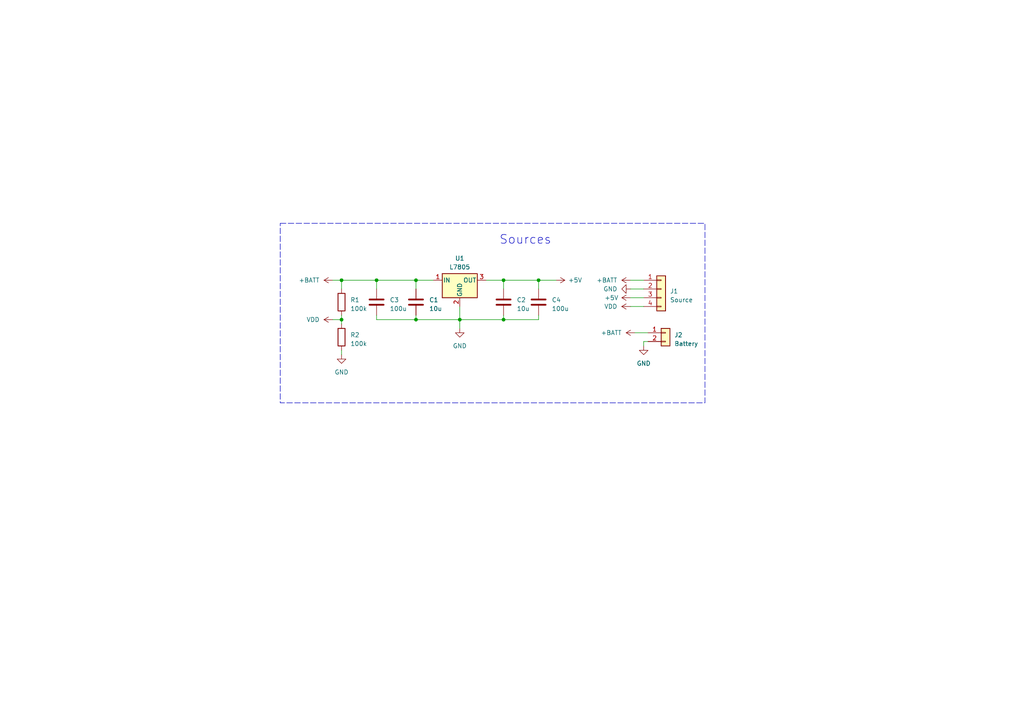
<source format=kicad_sch>
(kicad_sch (version 20230121) (generator eeschema)
  (paper "A4")
  (lib_symbols
    (symbol "Connector_Generic:Conn_01x02" (pin_names (offset 1.016) hide)
      (property "Reference" "J" (at 0 2.54 0))
      (property "Value" "Conn_01x02" (at 0 -5.08 0))
      (symbol "Conn_01x02_1_1"
        (rectangle (start -1.27 -2.413) (end 0 -2.667) (stroke (width 0.1524)))
        (rectangle (start -1.27 0.127) (end 0 -0.127) (stroke (width 0.1524)))
        (rectangle (start -1.27 1.27) (end 1.27 -3.81) (stroke (width 0.254)) (fill (type background)))
        (pin passive line (at -5.08 0 0) (length 3.81) (name "Pin_1") (number "1"))
        (pin passive line (at -5.08 -2.54 0) (length 3.81) (name "Pin_2") (number "2"))
      )
    )
    (symbol "Connector_Generic:Conn_01x04" (pin_names (offset 1.016) hide)
      (property "Reference" "J" (at 0 5.08 0))
      (property "Value" "Conn_01x04" (at 0 -7.62 0))
      (symbol "Conn_01x04_1_1"
        (rectangle (start -1.27 -4.953) (end 0 -5.207) (stroke (width 0.1524)))
        (rectangle (start -1.27 -2.413) (end 0 -2.667) (stroke (width 0.1524)))
        (rectangle (start -1.27 0.127) (end 0 -0.127) (stroke (width 0.1524)))
        (rectangle (start -1.27 2.667) (end 0 2.413) (stroke (width 0.1524)))
        (rectangle (start -1.27 3.81) (end 1.27 -6.35) (stroke (width 0.254)) (fill (type background)))
        (pin passive line (at -5.08 2.54 0) (length 3.81) (name "Pin_1") (number "1"))
        (pin passive line (at -5.08 0 0) (length 3.81) (name "Pin_2") (number "2"))
        (pin passive line (at -5.08 -2.54 0) (length 3.81) (name "Pin_3") (number "3"))
        (pin passive line (at -5.08 -5.08 0) (length 3.81) (name "Pin_4") (number "4"))
      )
    )
    (symbol "Device:C" (pin_numbers hide) (pin_names (offset 0.254))
      (property "Reference" "C" (at 0.635 2.54 0))
      (property "Value" "C" (at 0.635 -2.54 0))
      (symbol "C_0_1"
        (polyline (pts (xy -2.032 -0.762) (xy 2.032 -0.762)) (stroke (width 0.508)))
        (polyline (pts (xy -2.032 0.762) (xy 2.032 0.762)) (stroke (width 0.508)))
      )
      (symbol "C_1_1"
        (pin passive line (at 0 3.81 270) (length 2.794) (name "~") (number "1"))
        (pin passive line (at 0 -3.81 90) (length 2.794) (name "~") (number "2"))
      )
    )
    (symbol "Device:R" (pin_numbers hide) (pin_names (offset 0))
      (property "Reference" "R" (at 2.032 0 90))
      (property "Value" "R" (at 0 0 90))
      (symbol "R_0_1"
        (rectangle (start -1.016 -2.54) (end 1.016 2.54) (stroke (width 0.254)))
      )
      (symbol "R_1_1"
        (pin passive line (at 0 3.81 270) (length 1.27) (name "~") (number "1"))
        (pin passive line (at 0 -3.81 90) (length 1.27) (name "~") (number "2"))
      )
    )
    (symbol "Regulator_Linear:L7805" (pin_names (offset 0.254))
      (property "Reference" "U" (at -3.81 3.175 0))
      (property "Value" "L7805" (at 0 3.175 0))
      (symbol "L7805_0_1"
        (rectangle (start -5.08 1.905) (end 5.08 -5.08) (stroke (width 0.254)) (fill (type background)))
      )
      (symbol "L7805_1_1"
        (pin power_in line (at -7.62 0 0) (length 2.54) (name "IN") (number "1"))
        (pin power_in line (at 0 -7.62 90) (length 2.54) (name "GND") (number "2"))
        (pin power_out line (at 7.62 0 180) (length 2.54) (name "OUT") (number "3"))
      )
    )
    (symbol "power:+5V" (power) (pin_names (offset 0))
      (property "Value" "+5V" (at 0 3.556 0))
      (symbol "+5V_0_1"
        (polyline (pts (xy -0.762 1.27) (xy 0 2.54)))
        (polyline (pts (xy 0 0) (xy 0 2.54)))
        (polyline (pts (xy 0 2.54) (xy 0.762 1.27)))
      )
      (symbol "+5V_1_1"
        (pin power_in line (at 0 0 90) (length 0) hide (name "+5V") (number "1"))
      )
    )
    (symbol "power:+BATT" (power) (pin_names (offset 0))
      (property "Value" "+BATT" (at 0 3.556 0))
      (symbol "+BATT_0_1"
        (polyline (pts (xy -0.762 1.27) (xy 0 2.54)))
        (polyline (pts (xy 0 0) (xy 0 2.54)))
        (polyline (pts (xy 0 2.54) (xy 0.762 1.27)))
      )
      (symbol "+BATT_1_1"
        (pin power_in line (at 0 0 90) (length 0) hide (name "+BATT") (number "1"))
      )
    )
    (symbol "power:GND" (power) (pin_names (offset 0))
      (property "Value" "GND" (at 0 -3.81 0))
      (symbol "GND_0_1"
        (polyline (pts (xy 0 0) (xy 0 -1.27) (xy 1.27 -1.27) (xy 0 -2.54) (xy -1.27 -1.27) (xy 0 -1.27)))
      )
      (symbol "GND_1_1"
        (pin power_in line (at 0 0 270) (length 0) hide (name "GND") (number "1"))
      )
    )
    (symbol "power:VDD" (power) (pin_names (offset 0))
      (property "Value" "VDD" (at 0 3.81 0))
      (symbol "VDD_0_1"
        (polyline (pts (xy -0.762 1.27) (xy 0 2.54)))
        (polyline (pts (xy 0 0) (xy 0 2.54)))
        (polyline (pts (xy 0 2.54) (xy 0.762 1.27)))
      )
      (symbol "VDD_1_1"
        (pin power_in line (at 0 0 90) (length 0) hide (name "VDD") (number "1"))
      )
    )
  )
  (junction (at 133.35 92.71))
  (junction (at 120.65 81.28))
  (junction (at 146.05 92.71))
  (junction (at 156.21 81.28))
  (junction (at 99.06 92.71))
  (junction (at 120.65 92.71))
  (junction (at 99.06 81.28))
  (junction (at 109.22 81.28))
  (junction (at 146.05 81.28))
  (wire (pts (xy 109.22 81.28) (xy 109.22 83.82)))
  (wire (pts (xy 156.21 92.71) (xy 146.05 92.71)))
  (wire (pts (xy 99.06 92.71) (xy 99.06 93.98)))
  (wire (pts (xy 146.05 91.44) (xy 146.05 92.71)))
  (wire (pts (xy 99.06 81.28) (xy 99.06 83.82)))
  (wire (pts (xy 156.21 81.28) (xy 156.21 83.82)))
  (wire (pts (xy 120.65 81.28) (xy 125.73 81.28)))
  (wire (pts (xy 120.65 81.28) (xy 120.65 83.82)))
  (wire (pts (xy 109.22 92.71) (xy 120.65 92.71)))
  (wire (pts (xy 146.05 81.28) (xy 146.05 83.82)))
  (wire (pts (xy 156.21 81.28) (xy 161.29 81.28)))
  (wire (pts (xy 96.52 92.71) (xy 99.06 92.71)))
  (wire (pts (xy 133.35 92.71) (xy 146.05 92.71)))
  (wire (pts (xy 182.88 88.9) (xy 186.69 88.9)))
  (wire (pts (xy 109.22 81.28) (xy 120.65 81.28)))
  (wire (pts (xy 99.06 101.6) (xy 99.06 102.87)))
  (wire (pts (xy 99.06 91.44) (xy 99.06 92.71)))
  (wire (pts (xy 182.88 83.82) (xy 186.69 83.82)))
  (wire (pts (xy 133.35 92.71) (xy 133.35 95.25)))
  (wire (pts (xy 182.88 86.36) (xy 186.69 86.36)))
  (wire (pts (xy 140.97 81.28) (xy 146.05 81.28)))
  (wire (pts (xy 146.05 81.28) (xy 156.21 81.28)))
  (wire (pts (xy 120.65 92.71) (xy 133.35 92.71)))
  (wire (pts (xy 156.21 91.44) (xy 156.21 92.71)))
  (wire (pts (xy 186.69 100.33) (xy 186.69 99.06)))
  (wire (pts (xy 109.22 91.44) (xy 109.22 92.71)))
  (wire (pts (xy 184.15 96.52) (xy 187.96 96.52)))
  (wire (pts (xy 133.35 88.9) (xy 133.35 92.71)))
  (wire (pts (xy 186.69 99.06) (xy 187.96 99.06)))
  (wire (pts (xy 120.65 91.44) (xy 120.65 92.71)))
  (wire (pts (xy 182.88 81.28) (xy 186.69 81.28)))
  (wire (pts (xy 96.52 81.28) (xy 99.06 81.28)))
  (wire (pts (xy 99.06 81.28) (xy 109.22 81.28)))
  (rectangle (start 81.28 64.77) (end 204.47 116.84) (stroke (width 0) (type dash)))
  (text "Sources" (at 144.78 71.12 0) (effects (font (size 2.54 2.54)) (justify left bottom)))
  (symbol (lib_id "Regulator_Linear:L7805") (at 133.35 81.28 0) (unit 1)
    (property "Reference" "U1" (at 133.35 74.93 0))
    (property "Value" "L7805" (at 133.35 77.47 0))
    (property "Footprint" "Package_TO_SOT_THT:TO-220-3_Horizontal_TabDown" (effects hide))
    (property "Datasheet" "http://www.st.com/content/ccc/resource/technical/document/datasheet/41/4f/b3/b0/12/d4/47/88/CD00000444.pdf/files/CD00000444.pdf/jcr:content/translations/en.CD00000444.pdf" (effects hide))
  )
  (symbol (lib_id "power:+BATT") (at 184.15 96.52 90) (unit 1)
    (property "Reference" "#PWR01" (effects hide))
    (property "Value" "+BATT" (at 180.34 96.52 90) (effects (justify left)))
  )
  (symbol (lib_id "power:GND") (at 99.06 102.87 0) (unit 1)
    (property "Reference" "#PWR09" (effects hide))
    (property "Value" "GND" (at 99.06 107.95 0))
  )
  (symbol (lib_id "power:+5V") (at 161.29 81.28 270) (unit 1)
    (property "Reference" "#PWR03" (effects hide))
    (property "Value" "+5V" (at 166.8179 81.2537 90))
  )
  (symbol (lib_id "power:VDD") (at 96.52 92.71 90) (unit 1)
    (property "Reference" "#PWR011" (effects hide))
    (property "Value" "VDD" (at 92.71 92.71 90) (effects (justify left)))
  )
  (symbol (lib_id "Device:C") (at 146.05 87.63 0) (unit 1)
    (property "Reference" "C2" (at 149.86 86.995 0) (effects (justify left)))
    (property "Value" "10u" (at 149.86 89.535 0) (effects (justify left)))
    (property "Footprint" "Capacitor_THT:CP_Radial_D5.0mm_P2.50mm" (effects hide))
  )
  (symbol (lib_id "Device:R") (at 99.06 87.63 0) (unit 1)
    (property "Reference" "R1" (at 101.6 86.995 0) (effects (justify left)))
    (property "Value" "100k" (at 101.6 89.535 0) (effects (justify left)))
    (property "Footprint" "Resistor_THT:R_Axial_DIN0204_L3.6mm_D1.6mm_P7.62mm_Horizontal" (effects hide))
  )
  (symbol (lib_id "Connector_Generic:Conn_01x04") (at 191.77 83.82 0) (unit 1)
    (property "Reference" "J1" (at 194.31 84.455 0) (effects (justify left)))
    (property "Value" "Source" (at 194.31 86.995 0) (effects (justify left)))
    (property "Footprint" "Connector_PinHeader_2.54mm:PinHeader_1x04_P2.54mm_Vertical" (effects hide))
  )
  (symbol (lib_id "Device:C") (at 120.65 87.63 0) (unit 1)
    (property "Reference" "C1" (at 124.46 86.995 0) (effects (justify left)))
    (property "Value" "10u" (at 124.46 89.535 0) (effects (justify left)))
    (property "Footprint" "Capacitor_THT:CP_Radial_D5.0mm_P2.50mm" (effects hide))
  )
  (symbol (lib_id "power:GND") (at 186.69 100.33 0) (unit 1)
    (property "Reference" "#PWR08" (effects hide))
    (property "Value" "GND" (at 186.69 105.41 0))
  )
  (symbol (lib_id "Device:C") (at 109.22 87.63 0) (unit 1)
    (property "Reference" "C3" (at 113.03 86.995 0) (effects (justify left)))
    (property "Value" "100u" (at 113.03 89.535 0) (effects (justify left)))
    (property "Footprint" "Capacitor_THT:CP_Radial_D5.0mm_P2.50mm" (effects hide))
  )
  (symbol (lib_id "Connector_Generic:Conn_01x02") (at 193.04 96.52 0) (unit 1)
    (property "Reference" "J2" (at 195.58 97.155 0) (effects (justify left)))
    (property "Value" "Battery" (at 195.58 99.695 0) (effects (justify left)))
    (property "Footprint" "Connector_PinHeader_2.54mm:PinHeader_1x02_P2.54mm_Vertical" (effects hide))
  )
  (symbol (lib_id "power:VDD") (at 182.88 88.9 90) (unit 1)
    (property "Reference" "#PWR07" (effects hide))
    (property "Value" "VDD" (at 179.07 88.9 90) (effects (justify left)))
  )
  (symbol (lib_id "power:GND") (at 182.88 83.82 270) (unit 1)
    (property "Reference" "#PWR06" (effects hide))
    (property "Value" "GND" (at 179.07 83.82 90) (effects (justify right)))
  )
  (symbol (lib_id "power:+5V") (at 182.88 86.36 90) (unit 1)
    (property "Reference" "#PWR05" (effects hide))
    (property "Value" "+5V" (at 177.3521 86.3863 90))
  )
  (symbol (lib_id "Device:R") (at 99.06 97.79 0) (unit 1)
    (property "Reference" "R2" (at 101.6 97.155 0) (effects (justify left)))
    (property "Value" "100k" (at 101.6 99.695 0) (effects (justify left)))
    (property "Footprint" "Resistor_THT:R_Axial_DIN0204_L3.6mm_D1.6mm_P7.62mm_Horizontal" (effects hide))
  )
  (symbol (lib_id "power:+BATT") (at 96.52 81.28 90) (unit 1)
    (property "Reference" "#PWR010" (effects hide))
    (property "Value" "+BATT" (at 92.71 81.28 90) (effects (justify left)))
  )
  (symbol (lib_id "power:+BATT") (at 182.88 81.28 90) (unit 1)
    (property "Reference" "#PWR04" (effects hide))
    (property "Value" "+BATT" (at 179.07 81.28 90) (effects (justify left)))
  )
  (symbol (lib_id "power:GND") (at 133.35 95.25 0) (unit 1)
    (property "Reference" "#PWR02" (effects hide))
    (property "Value" "GND" (at 133.35 100.33 0))
  )
  (symbol (lib_id "Device:C") (at 156.21 87.63 0) (unit 1)
    (property "Reference" "C4" (at 160.02 86.995 0) (effects (justify left)))
    (property "Value" "100u" (at 160.02 89.535 0) (effects (justify left)))
    (property "Footprint" "Capacitor_THT:CP_Radial_D5.0mm_P2.50mm" (effects hide))
  )
)
</source>
